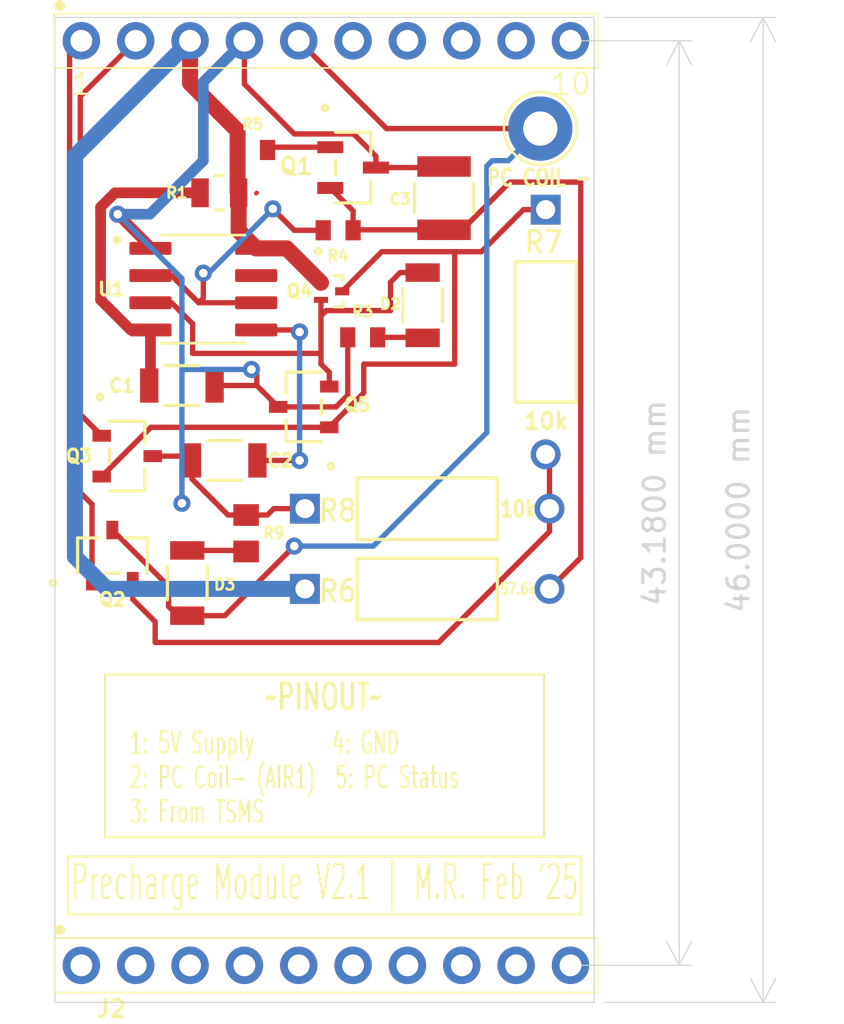
<source format=kicad_pcb>
(kicad_pcb (version 20240108) (generator "pcbnew") (generator_version "8.0")
  (layers (0 "F.Cu" signal) (31 "B.Cu" signal) (34 "B.Paste" user) (35 "F.Paste" user) (36 "B.SilkS" user "B.Silkscreen") (37 "F.SilkS" user "F.Silkscreen") (38 "B.Mask" user) (39 "F.Mask" user) (44 "Edge.Cuts" user))
  (net 0 "")
  (net 1 "Net-(Q1-C)")
  (net 2 "Net-(U1-CV)")
  (net 3 "Net-(U1-R)")
  (net 4 "Net-(D2-K)")
  (net 5 "Net-(D2-A)")
  (net 6 "Net-(D3-A)")
  (net 7 "Net-(D3-K)")
  (net 8 "Net-(Q2-D)")
  (net 10 "Net-(Q3-D)")
  (net 12 "Net-(Q1-E)")
  (net 13 "Net-(Q1-B)")
  (net 14 "Net-(Q2-G)")
  (net 15 "Net-(U1-THR)")
  (net 17 "Net-(Q4-D)")
  (net 18 "Net-(Q3-G)")
  (footprint "Yellow RTDS LED:LED_AP3216SYD_KNB" (layer "F.Cu") (at 55.75 50.726 -90)
    (property "Reference" "D3" (at 0.074 -1.75 0) (layer "F.SilkS") (effects (font (size 0.5 0.5) (thickness 0.125))))
    (property "Value" "LED (Test)")
    (fp_line (start -0.78465 0.9271) (end 0.78465 0.9271) (stroke (width 0.1524)) (layer "F.SilkS"))
    (fp_line (start 0.78465 -0.9271) (end -0.78465 -0.9271) (stroke (width 0.1524)) (layer "F.SilkS"))
    (pad "1" smd rect (at -1.524 0 270) (size 0.8636 1.6002) (layers "F.Cu" "F.Paste" "F.Mask") (net 7 "Net-(D3-K)"))
    (pad "2" smd rect (at 1.524 0 270) (size 0.8636 1.6002) (layers "F.Cu" "F.Paste" "F.Mask") (net 6 "Net-(D3-A)"))
  )
  (footprint "PMOS:VESM_TOS" (layer "F.Cu") (at 62.4953 37.09995 -90)
    (property "Reference" "Q4" (at 0.00005 1.4953 0) (layer "F.SilkS") (effects (font (size 0.6 0.6))))
    (property "Value" "PMOS")
    (fp_line (start 0.7239 -0.112037) (end 0.7239 -0.5334) (stroke (width 0.1524)) (layer "F.SilkS"))
    (fp_line (start -0.7239 -0.5334) (end -0.7239 -0.112037) (stroke (width 0.1524)) (layer "F.SilkS"))
    (fp_line (start -0.52324 -0.5334) (end -0.7239 -0.5334) (stroke (width 0.1524)) (layer "F.SilkS"))
    (fp_line (start 0.7239 -0.5334) (end 0.52324 -0.5334) (stroke (width 0.1524)) (layer "F.SilkS"))
    (fp_circle (center -1.8669 0.6223) (end -1.7399 0.6223) (stroke (width 0.1524)) (fill none) (layer "F.SilkS"))
    (pad "1" smd rect (at -0.40005 0.4953 270) (size 0.2794 0.6604) (layers "F.Cu" "F.Paste" "F.Mask") (net 17 "Net-(Q4-D)"))
    (pad "2" smd rect (at 0.40005 0.4953 270) (size 0.2794 0.6604) (layers "F.Cu" "F.Paste" "F.Mask") (net 5 "Net-(D2-A)"))
    (pad "3" smd rect (at 0 -0.4953 270) (size 0.381 0.6604) (layers "F.Cu" "F.Paste" "F.Mask") (net 18 "Net-(Q3-G)"))
  )
  (footprint "CF14JT10K0:STA_CF14_STP" (layer "F.Cu") (at 61.25 51)
    (property "Reference" "R6" (at 1.53 0.1 0) (layer "F.SilkS") (effects (font (size 1 0.9))))
    (property "Value" "57.6k")
    (fp_line (start 2.4384 -1.4351) (end 2.4384 1.4351) (stroke (width 0.1524)) (layer "F.SilkS"))
    (fp_line (start 2.4384 1.4351) (end 8.9916 1.4351) (stroke (width 0.1524)) (layer "F.SilkS"))
    (fp_line (start 8.9916 -1.4351) (end 2.4384 -1.4351) (stroke (width 0.1524)) (layer "F.SilkS"))
    (fp_line (start 8.9916 1.4351) (end 8.9916 -1.4351) (stroke (width 0.1524)) (layer "F.SilkS"))
    (pad "1" thru_hole rect (at 0 0) (size 1.397 1.397) (drill 0.889) (layers "*.Cu" "*.Mask") (net 17 "Net-(Q4-D)"))
    (pad "2" thru_hole circle (at 11.43 0) (size 1.397 1.397) (drill 0.889) (layers "*.Cu" "*.Mask") (net 12 "Net-(Q1-E)"))
  )
  (footprint "NMOS:SOT23_INF" (layer "F.Cu") (at 52.25 49.4438)
    (property "Reference" "Q2" (at 0 2.0562 0) (layer "F.SilkS") (effects (font (size 0.6 0.6))))
    (property "Value" "NMOS")
    (fp_line (start -1.6256 -0.8255) (end -1.6256 0.8255) (stroke (width 0.1524)) (layer "F.SilkS"))
    (fp_line (start -0.61214 -0.8255) (end -1.6256 -0.8255) (stroke (width 0.1524)) (layer "F.SilkS"))
    (fp_line (start -0.34036 0.8255) (end 0.34036 0.8255) (stroke (width 0.1524)) (layer "F.SilkS"))
    (fp_line (start 1.6256 -0.8255) (end 0.61214 -0.8255) (stroke (width 0.1524)) (layer "F.SilkS"))
    (fp_line (start 1.6256 0.8255) (end 1.6256 -0.8255) (stroke (width 0.1524)) (layer "F.SilkS"))
    (fp_circle (center -2.7686 1.27) (end -2.6416 1.27) (stroke (width 0.1524)) (fill none) (layer "F.SilkS"))
    (pad "1" smd rect (at -0.9525 1.1938) (size 0.5588 0.8636) (layers "F.Cu" "F.Paste" "F.Mask") (net 8 "Net-(Q2-D)"))
    (pad "2" smd rect (at 0.9525 1.1938) (size 0.5588 0.8636) (layers "F.Cu" "F.Paste" "F.Mask") (net 14 "Net-(Q2-G)"))
    (pad "3" smd rect (at 0 -1.1938) (size 0.5588 0.8636) (layers "F.Cu" "F.Paste" "F.Mask") (net 6 "Net-(D3-A)"))
  )
  (footprint "TestPoint:TestPoint_Loop_D2.60mm_Drill1.6mm_Beaded" (layer "F.Cu") (at 72.25 29.5)
    (property "Reference" "PC COIL -" (at -0.05 2.3 0) (layer "F.SilkS") (effects (font (size 0.75 0.6))))
    (property "Value" "TestPoint")
    (fp_circle (center 0 0) (end 1.7 0) (stroke (width 0.12)) (fill none) (layer "F.SilkS"))
    (pad "1" thru_hole circle (at 0 0) (size 3 3) (drill 1.6) (layers "*.Cu" "*.Mask") (net 6 "Net-(D3-A)"))
  )
  (footprint "Transistor:SOT-23_MCC" (layer "F.Cu") (at 63.5 31.3215 -90)
    (property "Reference" "Q1" (at -0.0609 2.663 0) (layer "F.SilkS") (effects (font (size 0.75 0.75))))
    (property "Value" "SS8550")
    (fp_line (start -0.34036 0.8255) (end 0.34036 0.8255) (stroke (width 0.1524)) (layer "F.SilkS"))
    (fp_line (start 1.651 0.8255) (end 1.651 -0.8255) (stroke (width 0.1524)) (layer "F.SilkS"))
    (fp_line (start -1.651 -0.8255) (end -1.651 0.8255) (stroke (width 0.1524)) (layer "F.SilkS"))
    (fp_line (start -0.61214 -0.8255) (end -1.651 -0.8255) (stroke (width 0.1524)) (layer "F.SilkS"))
    (fp_line (start 1.651 -0.8255) (end 0.61214 -0.8255) (stroke (width 0.1524)) (layer "F.SilkS"))
    (fp_circle (center -2.794 1.3208) (end -2.667 1.3208) (stroke (width 0.1524)) (fill none) (layer "F.SilkS"))
    (pad "1" smd rect (at -0.9525 1.0668 270) (size 0.5588 1.2192) (layers "F.Cu" "F.Paste" "F.Mask") (net 13 "Net-(Q1-B)"))
    (pad "2" smd rect (at 0.9525 1.0668 270) (size 0.5588 1.2192) (layers "F.Cu" "F.Paste" "F.Mask") (net 12 "Net-(Q1-E)"))
    (pad "3" smd rect (at 0 -1.0668 270) (size 0.5588 1.2192) (layers "F.Cu" "F.Paste" "F.Mask") (net 1 "Net-(Q1-C)"))
  )
  (footprint "1k Resistor:STA_RMCF0603_STP" (layer "F.Cu") (at 63.9485 39.25 180)
    (property "Reference" "R3" (at 0 1.1916 0) (layer "F.SilkS") (effects (font (size 0.5 0.5) (thickness 0.125))))
    (property "Value" "1k")
    (pad "1" smd rect (at -0.6985 0 180) (size 0.7112 0.9398) (layers "F.Cu" "F.Paste" "F.Mask") (net 4 "Net-(D2-K)"))
    (pad "2" smd rect (at 0.6985 0 180) (size 0.7112 0.9398) (layers "F.Cu" "F.Paste" "F.Mask") (net 1 "Net-(Q1-C)"))
  )
  (footprint "Capacitor 47u:CAP_CL32_SAM" (layer "F.Cu") (at 67.75 32.75 90)
    (property "Reference" "C3" (at -0.05 -2.05 0) (layer "F.SilkS") (effects (font (size 0.5 0.5) (thickness 0.125))))
    (property "Value" "47u")
    (fp_line (start 0.692451 -1.377) (end -0.692451 -1.377) (stroke (width 0.1524)) (layer "F.SilkS"))
    (fp_line (start -0.692451 1.377) (end 0.692451 1.377) (stroke (width 0.1524)) (layer "F.SilkS"))
    (pad "1" smd rect (at -1.477801 0 90) (size 0.9556 2.5) (layers "F.Cu" "F.Paste" "F.Mask") (net 12 "Net-(Q1-E)"))
    (pad "2" smd rect (at 1.477801 0 90) (size 0.9556 2.5) (layers "F.Cu" "F.Paste" "F.Mask") (net 1 "Net-(Q1-C)"))
  )
  (footprint "NMOS:SOT23_INF" (layer "F.Cu") (at 61.1938 42.5 90)
    (property "Reference" "Q5" (at 0.1 2.5062 0) (layer "F.SilkS") (effects (font (size 0.6 0.6))))
    (property "Value" "NMOS")
    (fp_line (start 1.6256 -0.8255) (end 0.61214 -0.8255) (stroke (width 0.1524)) (layer "F.SilkS"))
    (fp_line (start -0.61214 -0.8255) (end -1.6256 -0.8255) (stroke (width 0.1524)) (layer "F.SilkS"))
    (fp_line (start -1.6256 -0.8255) (end -1.6256 0.8255) (stroke (width 0.1524)) (layer "F.SilkS"))
    (fp_line (start 1.6256 0.8255) (end 1.6256 -0.8255) (stroke (width 0.1524)) (layer "F.SilkS"))
    (fp_line (start -0.34036 0.8255) (end 0.34036 0.8255) (stroke (width 0.1524)) (layer "F.SilkS"))
    (fp_circle (center -2.7686 1.27) (end -2.6416 1.27) (stroke (width 0.1524)) (fill none) (layer "F.SilkS"))
    (pad "1" smd rect (at -0.9525 1.1938 90) (size 0.5588 0.8636) (layers "F.Cu" "F.Paste" "F.Mask") (net 18 "Net-(Q3-G)"))
    (pad "2" smd rect (at 0.9525 1.1938 90) (size 0.5588 0.8636) (layers "F.Cu" "F.Paste" "F.Mask") (net 5 "Net-(D2-A)"))
    (pad "3" smd rect (at 0 -1.1938 90) (size 0.5588 0.8636) (layers "F.Cu" "F.Paste" "F.Mask") (net 1 "Net-(Q1-C)"))
  )
  (footprint "Yellow RTDS LED:LED_AP3216SYD_KNB" (layer "F.Cu") (at 66.75 37.75 90)
    (property "Reference" "D2" (at 0.061 -1.5084 0) (layer "F.SilkS") (effects (font (size 0.5 0.5) (thickness 0.125))))
    (property "Value" "3 second timer")
    (fp_line (start 0.78465 -0.9271) (end -0.78465 -0.9271) (stroke (width 0.1524)) (layer "F.SilkS"))
    (fp_line (start -0.78465 0.9271) (end 0.78465 0.9271) (stroke (width 0.1524)) (layer "F.SilkS"))
    (pad "1" smd rect (at -1.524 0 90) (size 0.8636 1.6002) (layers "F.Cu" "F.Paste" "F.Mask") (net 4 "Net-(D2-K)"))
    (pad "2" smd rect (at 1.524 0 90) (size 0.8636 1.6002) (layers "F.Cu" "F.Paste" "F.Mask") (net 5 "Net-(D2-A)"))
  )
  (footprint "150 Ohm resistor:RC0805N_YAG" (layer "F.Cu") (at 58.5 48.3991 -90)
    (property "Reference" "R9" (at -0.012 -1.2916 0) (layer "F.SilkS") (effects (font (size 0.5 0.5) (thickness 0.125))))
    (property "Value" "150R")
    (pad "1" smd rect (at -0.8509 0 270) (size 1.016 1.1938) (layers "F.Cu" "F.Paste" "F.Mask") (net 1 "Net-(Q1-C)"))
    (pad "2" smd rect (at 0.8509 0 270) (size 1.016 1.1938) (layers "F.Cu" "F.Paste" "F.Mask") (net 7 "Net-(D3-K)"))
  )
  (footprint "CF14JT10K0:STA_CF14_STP" (layer "F.Cu") (at 61.25 47.25)
    (property "Reference" "R8" (at 1.53 0.1 0) (layer "F.SilkS") (effects (font (size 1 0.9))))
    (property "Value" "10k")
    (fp_line (start 2.4384 -1.4351) (end 2.4384 1.4351) (stroke (width 0.1524)) (layer "F.SilkS"))
    (fp_line (start 2.4384 1.4351) (end 8.9916 1.4351) (stroke (width 0.1524)) (layer "F.SilkS"))
    (fp_line (start 8.9916 -1.4351) (end 2.4384 -1.4351) (stroke (width 0.1524)) (layer "F.SilkS"))
    (fp_line (start 8.9916 1.4351) (end 8.9916 -1.4351) (stroke (width 0.1524)) (layer "F.SilkS"))
    (pad "1" thru_hole rect (at 0 0) (size 1.397 1.397) (drill 0.889) (layers "*.Cu" "*.Mask") (net 1 "Net-(Q1-C)"))
    (pad "2" thru_hole circle (at 11.43 0) (size 1.397 1.397) (drill 0.889) (layers "*.Cu" "*.Mask") (net 14 "Net-(Q2-G)"))
  )
  (footprint "0.1 C:CAP_CL31_SAM" (layer "F.Cu") (at 55.5 41.5)
    (property "Reference" "C1" (at -2.8 0 0) (layer "F.SilkS") (effects (font (size 0.6 0.6))))
    (property "Value" "0.1u")
    (fp_line (start -0.792451 0.927) (end 0.792451 0.927) (stroke (width 0.1524)) (layer "F.SilkS"))
    (fp_line (start 0.792451 -0.927) (end -0.792451 -0.927) (stroke (width 0.1524)) (layer "F.SilkS"))
    (pad "1" smd rect (at -1.527801 0) (size 0.8556 1.6) (layers "F.Cu" "F.Paste" "F.Mask") (net 3 "Net-(U1-R)"))
    (pad "2" smd rect (at 1.527801 0) (size 0.8556 1.6) (layers "F.Cu" "F.Paste" "F.Mask") (net 1 "Net-(Q1-C)"))
  )
  (footprint "0.1 C:CAP_CL31_SAM" (layer "F.Cu") (at 57.5 45 180)
    (property "Reference" "C2" (at -2.6 0 0) (layer "F.SilkS") (effects (font (size 0.6 0.6))))
    (property "Value" "0.1u")
    (fp_line (start 0.792451 -0.927) (end -0.792451 -0.927) (stroke (width 0.1524)) (layer "F.SilkS"))
    (fp_line (start -0.792451 0.927) (end 0.792451 0.927) (stroke (width 0.1524)) (layer "F.SilkS"))
    (pad "1" smd rect (at -1.527801 0 180) (size 0.8556 1.6) (layers "F.Cu" "F.Paste" "F.Mask") (net 2 "Net-(U1-CV)"))
    (pad "2" smd rect (at 1.527801 0 180) (size 0.8556 1.6) (layers "F.Cu" "F.Paste" "F.Mask") (net 1 "Net-(Q1-C)"))
  )
  (footprint "1k Resistor:STA_RMCF0603_STP" (layer "F.Cu") (at 58.8015 30.5)
    (property "Reference" "R5" (at 0 -1.2 0) (layer "F.SilkS") (effects (font (size 0.5 0.5) (thickness 0.125))))
    (property "Value" "1k")
    (pad "1" smd rect (at -0.6985 0) (size 0.7112 0.9398) (layers "F.Cu" "F.Paste" "F.Mask") (net 17 "Net-(Q4-D)"))
    (pad "2" smd rect (at 0.6985 0) (size 0.7112 0.9398) (layers "F.Cu" "F.Paste" "F.Mask") (net 13 "Net-(Q1-B)"))
  )
  (footprint "CF14JT10K0:STA_CF14_STP" (layer "F.Cu") (at 72.5 33.285 -90)
    (property "Reference" "R7" (at 1.53 0.1 0) (layer "F.SilkS") (effects (font (size 1 0.9))))
    (property "Value" "10k")
    (fp_line (start 2.4384 1.4351) (end 8.9916 1.4351) (stroke (width 0.1524)) (layer "F.SilkS"))
    (fp_line (start 8.9916 1.4351) (end 8.9916 -1.4351) (stroke (width 0.1524)) (layer "F.SilkS"))
    (fp_line (start 2.4384 -1.4351) (end 2.4384 1.4351) (stroke (width 0.1524)) (layer "F.SilkS"))
    (fp_line (start 8.9916 -1.4351) (end 2.4384 -1.4351) (stroke (width 0.1524)) (layer "F.SilkS"))
    (pad "1" thru_hole rect (at 0 0 270) (size 1.397 1.397) (drill 0.889) (layers "*.Cu" "*.Mask") (net 18 "Net-(Q3-G)"))
    (pad "2" thru_hole circle (at 11.43 0 270) (size 1.397 1.397) (drill 0.889) (layers "*.Cu" "*.Mask") (net 14 "Net-(Q2-G)"))
  )
  (footprint "1k Resistor:STA_RMCF0603_STP" (layer "F.Cu") (at 62.8015 34.25)
    (property "Reference" "R4" (at 0 1.1916 0) (layer "F.SilkS") (effects (font (size 0.5 0.5) (thickness 0.125))))
    (property "Value" "1k")
    (pad "1" smd rect (at -0.6985 0) (size 0.7112 0.9398) (layers "F.Cu" "F.Paste" "F.Mask") (net 15 "Net-(U1-THR)"))
    (pad "2" smd rect (at 0.6985 0) (size 0.7112 0.9398) (layers "F.Cu" "F.Paste" "F.Mask") (net 12 "Net-(Q1-E)"))
  )
  (footprint "10 pin output:1X10-2.54MM-THT" (layer "F.Cu") (at 50.8 68.58)
    (property "Reference" "J2" (at 1.397 2.032 0) (layer "F.SilkS") (effects (font (size 0.8 0.8))))
    (property "Value" "PH1-10-UA")
    (fp_line (start -1.27 -1.27) (end -1.27 1.27) (stroke (width 0.0762)) (layer "F.SilkS"))
    (fp_line (start -1.27 -1.27) (end 24.13 -1.27) (stroke (width 0.0762)) (layer "F.SilkS"))
    (fp_line (start 24.13 -1.27) (end 24.13 1.27) (stroke (width 0.0762)) (layer "F.SilkS"))
    (fp_line (start 24.13 1.27) (end -1.27 1.27) (stroke (width 0.0762)) (layer "F.SilkS"))
    (fp_circle (center -1.016 -1.651) (end -0.762 -1.651) (fill solid) (layer "F.SilkS"))
    (pad "1" thru_hole circle (at 0 0) (size 1.75 1.75) (drill 1.02) (layers "*.Cu" "*.Mask"))
    (pad "2" thru_hole circle (at 2.54 0) (size 1.75 1.75) (drill 1.02) (layers "*.Cu" "*.Mask"))
    (pad "3" thru_hole circle (at 5.08 0) (size 1.75 1.75) (drill 1.02) (layers "*.Cu" "*.Mask"))
    (pad "4" thru_hole circle (at 7.62 0) (size 1.75 1.75) (drill 1.02) (layers "*.Cu" "*.Mask"))
    (pad "5" thru_hole circle (at 10.16 0) (size 1.75 1.75) (drill 1.02) (layers "*.Cu" "*.Mask"))
    (pad "6" thru_hole circle (at 12.7 0) (size 1.75 1.75) (drill 1.02) (layers "*.Cu" "*.Mask"))
    (pad "7" thru_hole circle (at 15.24 0) (size 1.75 1.75) (drill 1.02) (layers "*.Cu" "*.Mask"))
    (pad "8" thru_hole circle (at 17.78 0) (size 1.75 1.75) (drill 1.02) (layers "*.Cu" "*.Mask"))
    (pad "9" thru_hole circle (at 20.32 0) (size 1.75 1.75) (drill 1.02) (layers "*.Cu" "*.Mask"))
    (pad "10" thru_hole circle (at 22.86 0) (size 1.75 1.75) (drill 1.02) (layers "*.Cu" "*.Mask"))
  )
  (footprint "555 Timer:SOIC127P599X175-8N" (layer "F.Cu") (at 56.5 37)
    (property "Reference" "U1" (at -4.3 0 0) (layer "F.SilkS") (effects (font (size 0.6 0.6))))
    (property "Value" "NE555D")
    (fp_line (start -1.95 -2.525) (end 1.95 -2.525) (stroke (width 0.127)) (layer "F.SilkS"))
    (fp_line (start -1.95 2.525) (end 1.95 2.525) (stroke (width 0.127)) (layer "F.SilkS"))
    (fp_circle (center -4.04 -2.305) (end -3.94 -2.305) (stroke (width 0.2)) (fill none) (layer "F.SilkS"))
    (pad "1" smd roundrect (at -2.47 -1.905) (size 1.97 0.6) (layers "F.Cu" "F.Paste" "F.Mask") (roundrect_rratio 0.125) (net 1 "Net-(Q1-C)"))
    (pad "2" smd roundrect (at -2.47 -0.635) (size 1.97 0.6) (layers "F.Cu" "F.Paste" "F.Mask") (roundrect_rratio 0.125) (net 15 "Net-(U1-THR)"))
    (pad "3" smd roundrect (at -2.47 0.635) (size 1.97 0.6) (layers "F.Cu" "F.Paste" "F.Mask") (roundrect_rratio 0.125) (net 5 "Net-(D2-A)"))
    (pad "4" smd roundrect (at -2.47 1.905) (size 1.97 0.6) (layers "F.Cu" "F.Paste" "F.Mask") (roundrect_rratio 0.125) (net 3 "Net-(U1-R)"))
    (pad "5" smd roundrect (at 2.47 1.905) (size 1.97 0.6) (layers "F.Cu" "F.Paste" "F.Mask") (roundrect_rratio 0.125) (net 2 "Net-(U1-CV)"))
    (pad "6" smd roundrect (at 2.47 0.635) (size 1.97 0.6) (layers "F.Cu" "F.Paste" "F.Mask") (roundrect_rratio 0.125) (net 15 "Net-(U1-THR)"))
    (pad "7" smd roundrect (at 2.47 -0.635) (size 1.97 0.6) (layers "F.Cu" "F.Paste" "F.Mask") (roundrect_rratio 0.125))
    (pad "8" smd roundrect (at 2.47 -1.905) (size 1.97 0.6) (layers "F.Cu" "F.Paste" "F.Mask") (roundrect_rratio 0.125) (net 17 "Net-(Q4-D)"))
  )
  (footprint "22k resistor:STA_RMCF0805_STP" (layer "F.Cu") (at 57.25 32.5)
    (property "Reference" "R1" (at -1.9916 0 0) (layer "F.SilkS") (effects (font (size 0.5 0.5) (thickness 0.125))))
    (property "Value" "22k")
    (fp_line (start -0.18775 0.8001) (end 0.18775 0.8001) (stroke (width 0.1524)) (layer "F.SilkS"))
    (fp_line (start 0.18775 -0.8001) (end -0.18775 -0.8001) (stroke (width 0.1524)) (layer "F.SilkS"))
    (pad "1" smd rect (at -0.9017 0) (size 0.8128 1.3462) (layers "F.Cu" "F.Paste" "F.Mask") (net 3 "Net-(U1-R)"))
    (pad "2" smd rect (at 0.9017 0) (size 0.8128 1.3462) (layers "F.Cu" "F.Paste" "F.Mask") (net 17 "Net-(Q4-D)"))
  )
  (footprint "10 pin output:1X10-2.54MM-THT" (layer "F.Cu") (at 50.8 25.4)
    (property "Reference" "J1" (hide yes))
    (property "Value" "PH1-10-UA")
    (fp_line (start -1.27 -1.27) (end -1.27 1.27) (stroke (width 0.0762)) (layer "F.SilkS"))
    (fp_line (start -1.27 -1.27) (end 24.13 -1.27) (stroke (width 0.0762)) (layer "F.SilkS"))
    (fp_line (start 24.13 -1.27) (end 24.13 1.27) (stroke (width 0.0762)) (layer "F.SilkS"))
    (fp_line (start 24.13 1.27) (end -1.27 1.27) (stroke (width 0.0762)) (layer "F.SilkS"))
    (fp_circle (center -1.016 -1.651) (end -0.762 -1.651) (fill solid) (layer "F.SilkS"))
    (pad "1" thru_hole circle (at 0 0) (size 1.75 1.75) (drill 1.02) (layers "*.Cu" "*.Mask") (net 8 "Net-(Q2-D)"))
    (pad "2" thru_hole circle (at 2.54 0) (size 1.75 1.75) (drill 1.02) (layers "*.Cu" "*.Mask") (net 10 "Net-(Q3-D)"))
    (pad "3" thru_hole circle (at 5.08 0) (size 1.75 1.75) (drill 1.02) (layers "*.Cu" "*.Mask") (net 17 "Net-(Q4-D)"))
    (pad "4" thru_hole circle (at 7.62 0) (size 1.75 1.75) (drill 1.02) (layers "*.Cu" "*.Mask") (net 1 "Net-(Q1-C)"))
    (pad "5" thru_hole circle (at 10.16 0) (size 1.75 1.75) (drill 1.02) (layers "*.Cu" "*.Mask") (net 6 "Net-(D3-A)"))
    (pad "6" thru_hole circle (at 12.7 0) (size 1.75 1.75) (drill 1.02) (layers "*.Cu" "*.Mask"))
    (pad "7" thru_hole circle (at 15.24 0) (size 1.75 1.75) (drill 1.02) (layers "*.Cu" "*.Mask"))
    (pad "8" thru_hole circle (at 17.78 0) (size 1.75 1.75) (drill 1.02) (layers "*.Cu" "*.Mask"))
    (pad "9" thru_hole circle (at 20.32 0) (size 1.75 1.75) (drill 1.02) (layers "*.Cu" "*.Mask"))
    (pad "10" thru_hole circle (at 22.86 0) (size 1.75 1.75) (drill 1.02) (layers "*.Cu" "*.Mask"))
  )
  (footprint "NMOS:SOT23_INF" (layer "F.Cu") (at 52.9438 44.7975 -90)
    (property "Reference" "Q3" (at 0.0025 2.2438 0) (layer "F.SilkS") (effects (font (size 0.6 0.6))))
    (property "Value" "NMOS")
    (fp_line (start -0.34036 0.8255) (end 0.34036 0.8255) (stroke (width 0.1524)) (layer "F.SilkS"))
    (fp_line (start 1.6256 0.8255) (end 1.6256 -0.8255) (stroke (width 0.1524)) (layer "F.SilkS"))
    (fp_line (start -1.6256 -0.8255) (end -1.6256 0.8255) (stroke (width 0.1524)) (layer "F.SilkS"))
    (fp_line (start -0.61214 -0.8255) (end -1.6256 -0.8255) (stroke (width 0.1524)) (layer "F.SilkS"))
    (fp_line (start 1.6256 -0.8255) (end 0.61214 -0.8255) (stroke (width 0.1524)) (layer "F.SilkS"))
    (fp_circle (center -2.7686 1.27) (end -2.6416 1.27) (stroke (width 0.1524)) (fill none) (layer "F.SilkS"))
    (pad "1" smd rect (at -0.9525 1.1938 270) (size 0.5588 0.8636) (layers "F.Cu" "F.Paste" "F.Mask") (net 10 "Net-(Q3-D)"))
    (pad "2" smd rect (at 0.9525 1.1938 270) (size 0.5588 0.8636) (layers "F.Cu" "F.Paste" "F.Mask") (net 18 "Net-(Q3-G)"))
    (pad "3" smd rect (at 0 -1.1938 270) (size 0.5588 0.8636) (layers "F.Cu" "F.Paste" "F.Mask") (net 1 "Net-(Q1-C)"))
  )
  (gr_rect (start 51.903596 55) (end 72.422405 62.6) (stroke (width 0.1)) (fill none) (layer "F.SilkS"))
  (gr_rect (start 50.163 63.5) (end 74.163 66.2) (stroke (width 0.1)) (fill none) (layer "F.SilkS"))
  (gr_rect (start 49.563 24.3084) (end 74.763 70.3084) (stroke (width 0.05)) (fill none) (layer "Edge.Cuts"))
  (gr_text "1" (at 50.27381 28 0) (layer "F.SilkS") (effects (font (size 1 1) (thickness 0.1)) (justify left bottom)))
  (gr_text "1: 5V Supply	4: GND\n2: PC Coil- (AIR1)  5: PC Status\n3: From TSMS" (at 53.001572 62 0) (layer "F.SilkS") (effects (font (size 1 0.6) (thickness 0.1)) (justify left bottom)))
  (gr_text "10" (at 72.657619 28 0) (layer "F.SilkS") (effects (font (size 1 1) (thickness 0.1)) (justify left bottom)))
  (gr_text "10k\n" (at 70.3 47.7 0) (layer "F.SilkS") (effects (font (size 0.75 0.6) (thickness 0.15) (bold yes)) (justify left bottom)))
  (gr_text "10k\n" (at 71.4 43.6 0) (layer "F.SilkS") (effects (font (size 0.75 0.75) (thickness 0.15) (bold yes)) (justify left bottom)))
  (gr_text "Precharge Module V2.1 | M.R. Feb '25\n" (at 50.264427 65.6385 0) (layer "F.SilkS") (effects (font (size 1.6 0.8) (thickness 0.1)) (justify left bottom)))
  (gr_text "~PINOUT~" (at 59.294191 56.75 0) (layer "F.SilkS") (effects (font (size 1.2 0.8) (thickness 0.15) (bold yes)) (justify left bottom)))
  (gr_text "57.6k" (at 70.3 51.3 0) (layer "F.SilkS") (effects (font (size 0.5 0.4) (thickness 0.1) (bold yes)) (justify left bottom)))
  (dimension (type aligned) (layer "Edge.Cuts") (pts (xy 74.763 24.3084) (xy 74.763 70.3084)) (height -7.9) (gr_text "46.0000 mm" (at 81.513 47.3084 90) (layer "Edge.Cuts") (effects (font (size 1 1) (thickness 0.15)))) (format (prefix "") (suffix "") (units 3) (units_format 1) (precision 4)) (style (thickness 0.05) (arrow_length 1.27) (text_position_mode 0) (extension_height 0.58642) (extension_offset 0.5) keep_text_aligned))
  (dimension (type aligned) (layer "Edge.Cuts") (pts (xy 73.66 68.58) (xy 73.66 25.4)) (height 5.08) (gr_text "43.1800 mm" (at 77.59 46.99 90) (layer "Edge.Cuts") (effects (font (size 1 1) (thickness 0.15)))) (format (prefix "") (suffix "") (units 3) (units_format 1) (precision 4)) (style (thickness 0.05) (arrow_length 1.27) (text_position_mode 0) (extension_height 0.58642) (extension_offset 0.5) keep_text_aligned))
  (segment (start 58.5 47.5482) (end 57.6531 47.5482) (width 0.25) (layer "F.Cu") (net 1))
  (segment (start 59.7949 47.25) (end 59.4967 47.5482) (width 0.25) (layer "F.Cu") (net 1))
  (segment (start 58.42 27.42) (end 58.42 25.4) (width 0.25) (layer "F.Cu") (net 1))
  (segment (start 67.700699 31.3215) (end 67.75 31.272199) (width 0.25) (layer "F.Cu") (net 1))
  (segment (start 59 41) (end 58.75 40.75) (width 0.25) (layer "F.Cu") (net 1))
  (segment (start 64.5668 31.3215) (end 64.5668 30.7921) (width 0.25) (layer "F.Cu") (net 1))
  (segment (start 63.25 39.25) (end 63.25 41.9463) (width 0.25) (layer "F.Cu") (net 1))
  (segment (start 55.769699 44.7975) (end 55.972199 45) (width 0.25) (layer "F.Cu") (net 1))
  (segment (start 63.25 41.9463) (end 62.6963 42.5) (width 0.25) (layer "F.Cu") (net 1))
  (segment (start 64.5668 30.7921) (end 63.5247 29.75) (width 0.25) (layer "F.Cu") (net 1))
  (segment (start 63.5247 29.75) (end 60.75 29.75) (width 0.25) (layer "F.Cu") (net 1))
  (segment (start 59 41.5) (end 60 42.5) (width 0.25) (layer "F.Cu") (net 1))
  (segment (start 55.5 45.472199) (end 55.972199 45) (width 0.25) (layer "F.Cu") (net 1))
  (segment (start 57.6531 47.5482) (end 55.972199 45.867299) (width 0.25) (layer "F.Cu") (net 1))
  (segment (start 54 35.065) (end 54.03 35.095) (width 0.25) (layer "F.Cu") (net 1))
  (segment (start 62.6963 42.5) (end 60 42.5) (width 0.25) (layer "F.Cu") (net 1))
  (segment (start 59 41.5) (end 59 41) (width 0.25) (layer "F.Cu") (net 1))
  (segment (start 61.25 47.25) (end 59.7949 47.25) (width 0.25) (layer "F.Cu") (net 1))
  (segment (start 64.5668 31.3215) (end 67.700699 31.3215) (width 0.25) (layer "F.Cu") (net 1))
  (segment (start 55.972199 45.867299) (end 55.972199 45) (width 0.25) (layer "F.Cu") (net 1))
  (segment (start 54.1376 44.7975) (end 55.769699 44.7975) (width 0.25) (layer "F.Cu") (net 1))
  (segment (start 54 35) (end 54 35.065) (width 0.5) (layer "F.Cu") (net 1))
  (segment (start 57.027801 41.5) (end 59 41.5) (width 0.25) (layer "F.Cu") (net 1))
  (segment (start 55.5 47) (end 55.5 45.472199) (width 0.25) (layer "F.Cu") (net 1))
  (segment (start 52.5 33.5) (end 54 35) (width 0.5) (layer "F.Cu") (net 1))
  (segment (start 60.75 29.75) (end 58.42 27.42) (width 0.25) (layer "F.Cu") (net 1))
  (segment (start 59.4967 47.5482) (end 58.5 47.5482) (width 0.25) (layer "F.Cu") (net 1))
  (via (at 55.5 47) (size 0.8) (drill 0.4) (layers "F.Cu" "B.Cu") (net 1))
  (via (at 52.5 33.5) (size 0.8) (drill 0.4) (layers "F.Cu" "B.Cu") (net 1))
  (via (at 58.75 40.75) (size 0.8) (drill 0.4) (layers "F.Cu" "B.Cu") (net 1))
  (segment (start 52.5 33.5) (end 54 33.5) (width 0.5) (layer "B.Cu") (net 1))
  (segment (start 58.75 40.75) (end 55.5 40.75) (width 0.25) (layer "B.Cu") (net 1))
  (segment (start 55.5 40.75) (end 55.5 36.5) (width 0.25) (layer "B.Cu") (net 1))
  (segment (start 56.5 27.32) (end 58.42 25.4) (width 0.5) (layer "B.Cu") (net 1))
  (segment (start 55.5 47) (end 55.5 40.75) (width 0.25) (layer "B.Cu") (net 1))
  (segment (start 56.5 31) (end 56.5 27.32) (width 0.5) (layer "B.Cu") (net 1))
  (segment (start 54 33.5) (end 56.5 31) (width 0.5) (layer "B.Cu") (net 1))
  (segment (start 55.5 36.5) (end 52.5 33.5) (width 0.25) (layer "B.Cu") (net 1))
  (segment (start 59.027801 45) (end 61 45) (width 0.25) (layer "F.Cu") (net 2))
  (segment (start 60.905 38.905) (end 61 39) (width 0.25) (layer "F.Cu") (net 2))
  (segment (start 58.97 38.905) (end 60.905 38.905) (width 0.25) (layer "F.Cu") (net 2))
  (via (at 61 39) (size 0.8) (drill 0.4) (layers "F.Cu" "B.Cu") (net 2))
  (via (at 61 45) (size 0.8) (drill 0.4) (layers "F.Cu" "B.Cu") (net 2))
  (segment (start 61 39) (end 61 45) (width 0.25) (layer "B.Cu") (net 2))
  (segment (start 56.3483 32.5) (end 52.368629 32.5) (width 0.5) (layer "F.Cu") (net 3))
  (segment (start 53.105 38.905) (end 54.03 38.905) (width 0.5) (layer "F.Cu") (net 3))
  (segment (start 52.368629 32.5) (end 51.7 33.168629) (width 0.5) (layer "F.Cu") (net 3))
  (segment (start 54.03 41.442199) (end 53.972199 41.5) (width 0.5) (layer "F.Cu") (net 3))
  (segment (start 51.7 37.5) (end 53.105 38.905) (width 0.5) (layer "F.Cu") (net 3))
  (segment (start 54.03 38.905) (end 54.03 41.442199) (width 0.5) (layer "F.Cu") (net 3))
  (segment (start 51.7 33.168629) (end 51.7 37.5) (width 0.5) (layer "F.Cu") (net 3))
  (segment (start 66.726 39.25) (end 66.75 39.274) (width 0.25) (layer "F.Cu") (net 4))
  (segment (start 64.647 39.25) (end 66.726 39.25) (width 0.25) (layer "F.Cu") (net 4))
  (segment (start 62 40) (end 62 38.25) (width 0.25) (layer "F.Cu") (net 5))
  (segment (start 56 38.620001) (end 56 40) (width 0.25) (layer "F.Cu") (net 5))
  (segment (start 54.03 37.635) (end 55.014999 37.635) (width 0.25) (layer "F.Cu") (net 5))
  (segment (start 62 40.5) (end 62.3876 40.8876) (width 0.25) (layer "F.Cu") (net 5))
  (segment (start 62 40) (end 62 40.5) (width 0.25) (layer "F.Cu") (net 5))
  (segment (start 55.014999 37.635) (end 56 38.620001) (width 0.25) (layer "F.Cu") (net 5))
  (segment (start 62.25 38) (end 62 38.25) (width 0.25) (layer "F.Cu") (net 5))
  (segment (start 66.75 36.226) (end 65.6999 36.226) (width 0.25) (layer "F.Cu") (net 5))
  (segment (start 65.25 36.6759) (end 65.25 38) (width 0.25) (layer "F.Cu") (net 5))
  (segment (start 56 40) (end 62 40) (width 0.25) (layer "F.Cu") (net 5))
  (segment (start 62.3876 40.8876) (end 62.3876 41.5475) (width 0.25) (layer "F.Cu") (net 5))
  (segment (start 65.6999 36.226) (end 65.25 36.6759) (width 0.25) (layer "F.Cu") (net 5))
  (segment (start 65.25 38) (end 62.25 38) (width 0.25) (layer "F.Cu") (net 5))
  (segment (start 62 38.25) (end 62 37.5) (width 0.25) (layer "F.Cu") (net 5))
  (segment (start 54.8757 50.8757) (end 54.8757 51.819178) (width 0.25) (layer "F.Cu") (net 6))
  (segment (start 52.25 48.25) (end 54.8757 50.8757) (width 0.25) (layer "F.Cu") (net 6))
  (segment (start 65.06 29.5) (end 60.96 25.4) (width 0.25) (layer "F.Cu") (net 6))
  (segment (start 57.5 52.25) (end 60.75 49) (width 0.25) (layer "F.Cu") (net 6))
  (segment (start 55.75 52.25) (end 57.5 52.25) (width 0.25) (layer "F.Cu") (net 6))
  (segment (start 72.25 29.5) (end 65.06 29.5) (width 0.25) (layer "F.Cu") (net 6))
  (segment (start 55.306522 52.25) (end 55.75 52.25) (width 0.25) (layer "F.Cu") (net 6))
  (segment (start 54.8757 51.819178) (end 55.306522 52.25) (width 0.25) (layer "F.Cu") (net 6))
  (via (at 60.75 49) (size 0.8) (drill 0.4) (layers "F.Cu" "B.Cu") (net 6))
  (segment (start 69.75 43.697) (end 69.75 31.25) (width 0.25) (layer "B.Cu") (net 6))
  (segment (start 69.75 31.25) (end 70 31) (width 0.25) (layer "B.Cu") (net 6))
  (segment (start 60.75 49) (end 64.447 49) (width 0.25) (layer "B.Cu") (net 6))
  (segment (start 64.447 49) (end 69.75 43.697) (width 0.25) (layer "B.Cu") (net 6))
  (segment (start 70.75 31) (end 72.25 29.5) (width 0.25) (layer "B.Cu") (net 6))
  (segment (start 70 31) (end 70.75 31) (width 0.25) (layer "B.Cu") (net 6))
  (segment (start 58.452 49.202) (end 58.5 49.25) (width 0.25) (layer "F.Cu") (net 7))
  (segment (start 55.75 49.202) (end 58.452 49.202) (width 0.25) (layer "F.Cu") (net 7))
  (segment (start 50.25 25.95) (end 50.8 25.4) (width 0.25) (layer "F.Cu") (net 8))
  (segment (start 51.2975 47.0475) (end 50.25 46) (width 0.25) (layer "F.Cu") (net 8))
  (segment (start 50.25 46) (end 50.25 25.95) (width 0.25) (layer "F.Cu") (net 8))
  (segment (start 51.2975 50.6376) (end 51.2975 47.0475) (width 0.25) (layer "F.Cu") (net 8))
  (segment (start 53.34 25.4) (end 50.75 27.99) (width 0.25) (layer "F.Cu") (net 10))
  (segment (start 50.75 27.99) (end 50.75 42.845) (width 0.25) (layer "F.Cu") (net 10))
  (segment (start 50.75 42.845) (end 51.75 43.845) (width 0.25) (layer "F.Cu") (net 10))
  (segment (start 74.138 49.542) (end 74.138 32) (width 0.25) (layer "F.Cu") (net 12))
  (segment (start 62.4332 32.274) (end 63.5 33.3408) (width 0.25) (layer "F.Cu") (net 12))
  (segment (start 63.5 33.3408) (end 63.5 34.25) (width 0.25) (layer "F.Cu") (net 12))
  (segment (start 67.75 34.227801) (end 63.522199 34.227801) (width 0.25) (layer "F.Cu") (net 12))
  (segment (start 63.522199 34.227801) (end 63.5 34.25) (width 0.25) (layer "F.Cu") (net 12))
  (segment (start 74.138 32) (end 70.825179 32) (width 0.25) (layer "F.Cu") (net 12))
  (segment (start 68.597378 34.227801) (end 67.75 34.227801) (width 0.25) (layer "F.Cu") (net 12))
  (segment (start 70.825179 32) (end 68.597378 34.227801) (width 0.25) (layer "F.Cu") (net 12))
  (segment (start 72.68 51) (end 74.138 49.542) (width 0.25) (layer "F.Cu") (net 12))
  (segment (start 62.4332 30.369) (end 59.631 30.369) (width 0.25) (layer "F.Cu") (net 13))
  (segment (start 59.631 30.369) (end 59.5 30.5) (width 0.25) (layer "F.Cu") (net 13))
  (segment (start 54.25 52.5319) (end 54.25 53.5) (width 0.25) (layer "F.Cu") (net 14))
  (segment (start 54.25 53.5) (end 67.5 53.5) (width 0.25) (layer "F.Cu") (net 14))
  (segment (start 72.68 47.25) (end 72.68 44.895) (width 0.25) (layer "F.Cu") (net 14))
  (segment (start 53.2025 50.6376) (end 53.2025 51.4844) (width 0.25) (layer "F.Cu") (net 14))
  (segment (start 67.5 53.5) (end 72.68 48.32) (width 0.25) (layer "F.Cu") (net 14))
  (segment (start 53.2025 51.4844) (end 54.25 52.5319) (width 0.25) (layer "F.Cu") (net 14))
  (segment (start 72.68 44.895) (end 72.5 44.715) (width 0.25) (layer "F.Cu") (net 14))
  (segment (start 72.68 48.32) (end 72.68 47.25) (width 0.25) (layer "F.Cu") (net 14))
  (segment (start 60.75 34.25) (end 62.103 34.25) (width 0.25) (layer "F.Cu") (net 15))
  (segment (start 56.284999 37.635) (end 58.97 37.635) (width 0.25) (layer "F.Cu") (net 15))
  (segment (start 56.5 36.25) (end 56.5 37.419999) (width 0.25) (layer "F.Cu") (net 15))
  (segment (start 59.75 33.25) (end 60.75 34.25) (width 0.25) (layer "F.Cu") (net 15))
  (segment (start 54.03 36.365) (end 55.014999 36.365) (width 0.25) (layer "F.Cu") (net 15))
  (segment (start 56.5 37.419999) (end 56.284999 37.635) (width 0.25) (layer "F.Cu") (net 15))
  (segment (start 55.014999 36.365) (end 56.284999 37.635) (width 0.25) (layer "F.Cu") (net 15))
  (via (at 56.5 36.25) (size 0.8) (drill 0.4) (layers "F.Cu" "B.Cu") (net 15))
  (via (at 59.75 33.25) (size 0.8) (drill 0.4) (layers "F.Cu" "B.Cu") (net 15))
  (segment (start 59.75 33.25) (end 56.75 36.25) (width 0.25) (layer "B.Cu") (net 15))
  (segment (start 56.75 36.25) (end 56.5 36.25) (width 0.25) (layer "B.Cu") (net 15))
  (segment (start 58.1517 32.5) (end 58.1517 34.2767) (width 0.75) (layer "F.Cu") (net 17))
  (segment (start 58.1517 34.2767) (end 58.97 35.095) (width 0.75) (layer "F.Cu") (net 17))
  (segment (start 58.103 29.603) (end 58.103 30.5) (width 0.75) (layer "F.Cu") (net 17))
  (segment (start 55.88 27.38) (end 58.103 29.603) (width 0.75) (layer "F.Cu") (net 17))
  (segment (start 60.3951 35.095) (end 62 36.6999) (width 0.75) (layer "F.Cu") (net 17))
  (segment (start 58.97 32.53) (end 59 32.5) (width 0.2) (layer "F.Cu") (net 17))
  (segment (start 55.88 25.4) (end 55.88 27.38) (width 0.75) (layer "F.Cu") (net 17))
  (segment (start 58.103 30.5) (end 58.103 32.4513) (width 0.75) (layer "F.Cu") (net 17))
  (segment (start 58.97 35.095) (end 60.3951 35.095) (width 0.75) (layer "F.Cu") (net 17))
  (segment (start 58.103 32.4513) (end 58.1517 32.5) (width 0.75) (layer "F.Cu") (net 17))
  (segment (start 50.5 49.5) (end 50.5 30.78) (width 0.75) (layer "B.Cu") (net 17))
  (segment (start 52 51) (end 50.5 49.5) (width 0.75) (layer "B.Cu") (net 17))
  (segment (start 52 51) (end 61.25 51) (width 0.75) (layer "B.Cu") (net 17))
  (segment (start 55.88 25.4) (end 50.5 30.78) (width 0.75) (layer "B.Cu") (net 17))
  (segment (start 62.9906 37.09995) (end 64.84055 35.25) (width 0.25) (layer "F.Cu") (net 18))
  (segment (start 54.0475 43.4525) (end 62.3876 43.4525) (width 0.25) (layer "F.Cu") (net 18))
  (segment (start 68.25 40.5) (end 64 40.5) (width 0.25) (layer "F.Cu") (net 18))
  (segment (start 51.75 45.75) (end 54.0475 43.4525) (width 0.25) (layer "F.Cu") (net 18))
  (segment (start 64 40.5) (end 64 41.8401) (width 0.25) (layer "F.Cu") (net 18))
  (segment (start 69.5 35.25) (end 68.25 35.25) (width 0.25) (layer "F.Cu") (net 18))
  (segment (start 64 41.8401) (end 62.3876 43.4525) (width 0.25) (layer "F.Cu") (net 18))
  (segment (start 71.465 33.285) (end 69.5 35.25) (width 0.25) (layer "F.Cu") (net 18))
  (segment (start 68.25 35.25) (end 68.25 40.5) (width 0.25) (layer "F.Cu") (net 18))
  (segment (start 64.84055 35.25) (end 68.25 35.25) (width 0.25) (layer "F.Cu") (net 18))
  (segment (start 72.5 33.285) (end 71.465 33.285) (width 0.25) (layer "F.Cu") (net 18))
  (segment (start 72.5 32.785) (end 71.965 32.785) (width 0.25) (layer "F.Cu") (net 18))
)
</source>
